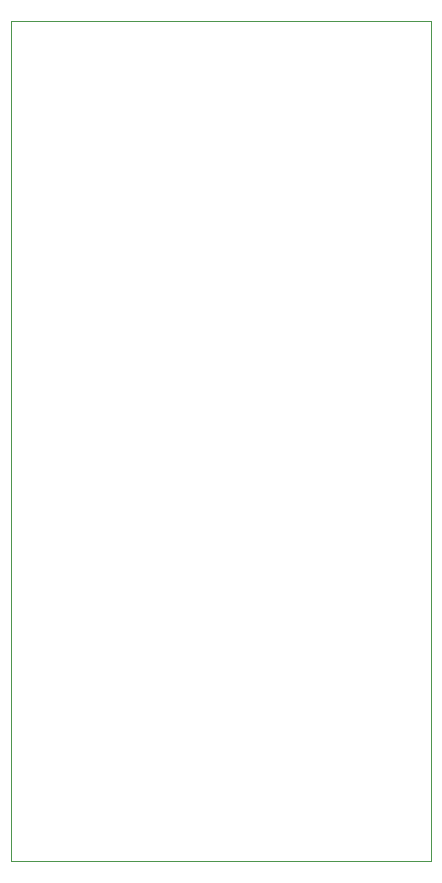
<source format=gbr>
%TF.GenerationSoftware,KiCad,Pcbnew,7.0.6-7.0.6~ubuntu22.04.1*%
%TF.CreationDate,2023-07-14T18:36:51-05:00*%
%TF.ProjectId,picodrone_controller,7069636f-6472-46f6-9e65-5f636f6e7472,rev?*%
%TF.SameCoordinates,Original*%
%TF.FileFunction,Profile,NP*%
%FSLAX46Y46*%
G04 Gerber Fmt 4.6, Leading zero omitted, Abs format (unit mm)*
G04 Created by KiCad (PCBNEW 7.0.6-7.0.6~ubuntu22.04.1) date 2023-07-14 18:36:51*
%MOMM*%
%LPD*%
G01*
G04 APERTURE LIST*
%TA.AperFunction,Profile*%
%ADD10C,0.100000*%
%TD*%
G04 APERTURE END LIST*
D10*
X132715000Y-51435000D02*
X168275000Y-51435000D01*
X168275000Y-122555000D01*
X132715000Y-122555000D01*
X132715000Y-51435000D01*
M02*

</source>
